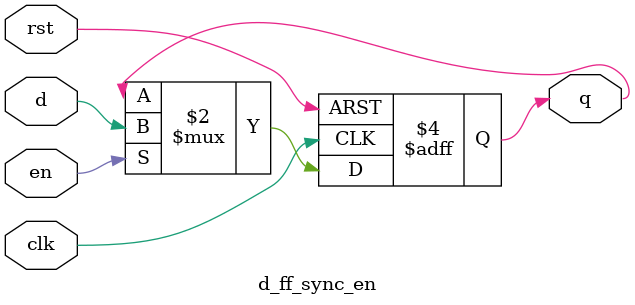
<source format=v>
module d_ff_sync_en (
clk,
rst,
en,
d,
q);

parameter SIZE = 1'b1;

input clk;
input rst;
input en;
input [(SIZE-1):0] d;
output reg [(SIZE-1):0] q;

always@(posedge clk, posedge rst) begin
	if(rst) 
		q <= {SIZE{1'b0}};
	else if(en)
		q <= d;
end

endmodule

</source>
